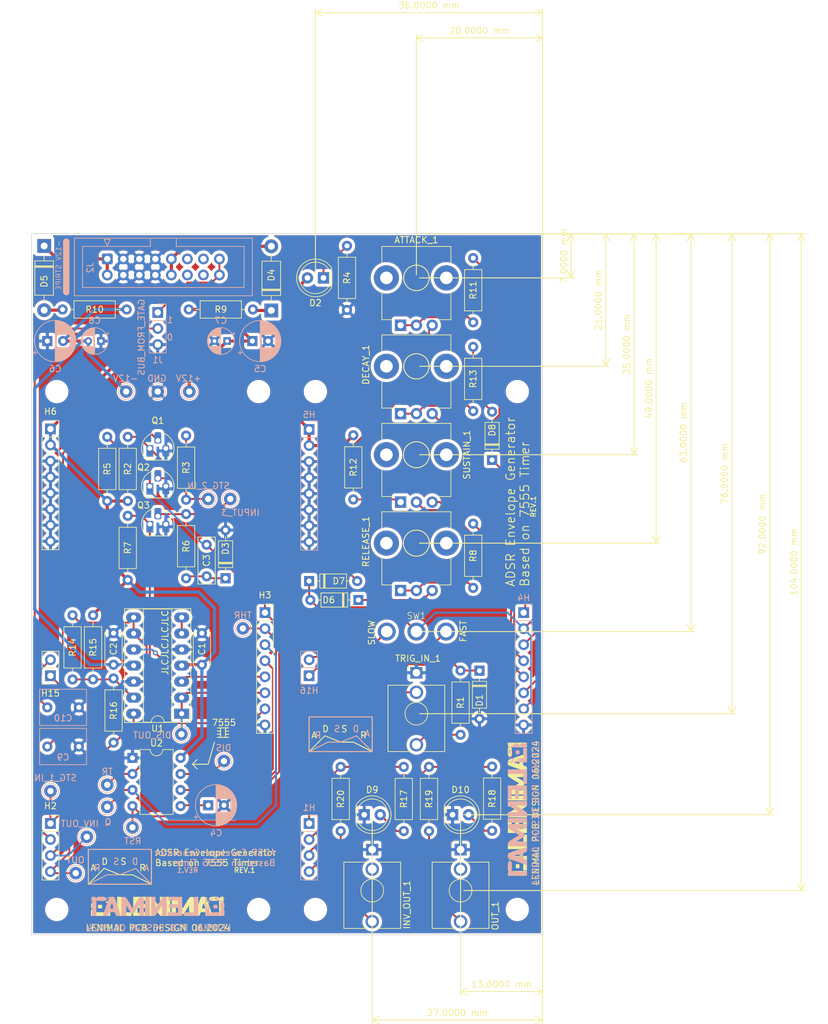
<source format=kicad_pcb>
(kicad_pcb (version 20240108) (generator "pcbnew") (generator_version "8.0")
  (layers (0 "F.Cu" signal) (31 "B.Cu" signal) (34 "B.Paste" user) (35 "F.Paste" user) (36 "B.SilkS" user "B.Silkscreen") (37 "F.SilkS" user "F.Silkscreen") (38 "B.Mask" user) (39 "F.Mask" user) (44 "Edge.Cuts" user))
  (net 0 "")
  (net 1 "+12V")
  (net 2 "GNDREF")
  (net 3 "-12V")
  (net 4 "Net-(D7-A)")
  (net 5 "Net-(ATTACK_1-Pad1)")
  (net 6 "Net-(H3A-Pin_3)")
  (net 7 "Net-(U2-CV)")
  (net 8 "Net-(H15A-Pin_1)")
  (net 9 "Net-(H15B-Pin_2)")
  (net 10 "Net-(D5-K)")
  (net 11 "Net-(D5-A)")
  (net 12 "Net-(D6-A)")
  (net 13 "Net-(D6-K)")
  (net 14 "Net-(D8-A)")
  (net 15 "Net-(D8-K)")
  (net 16 "Net-(D10-A)")
  (net 17 "Net-(DECAY_1-Pad1)")
  (net 18 "Net-(H1D-Pin_4)")
  (net 19 "Net-(H1C-Pin_3)")
  (net 20 "Net-(H1B-Pin_2)")
  (net 21 "Net-(H2A-Pin_1)")
  (net 22 "Net-(H2B-Pin_2)")
  (net 23 "Net-(H2C-Pin_3)")
  (net 24 "Net-(H2D-Pin_4)")
  (net 25 "Net-(H3F-Pin_6)")
  (net 26 "Net-(H3G-Pin_7)")
  (net 27 "Net-(H3E-Pin_5)")
  (net 28 "Net-(H3D-Pin_4)")
  (net 29 "Net-(H3B-Pin_2)")
  (net 30 "Net-(H3C-Pin_3)")
  (net 31 "Net-(H4D-Pin_4)")
  (net 32 "Net-(H4C-Pin_3)")
  (net 33 "Net-(H4A-Pin_1)")
  (net 34 "Net-(H4E-Pin_5)")
  (net 36 "Net-(INV_OUT_1-PadT)")
  (net 37 "Net-(J1-Pin_1)")
  (net 43 "Net-(OUT_1-PadT)")
  (net 44 "Net-(Q1-C)")
  (net 45 "Net-(Q2-B)")
  (net 46 "Net-(Q3-C)")
  (net 47 "Net-(D1-K)")
  (net 48 "Net-(D2-K)")
  (net 49 "Net-(Q3-B)")
  (net 50 "Net-(D3-K)")
  (net 51 "Net-(R1-Pad2)")
  (net 52 "Net-(D4-A)")
  (net 53 "Net-(D4-K)")
  (net 54 "Net-(R8-Pad2)")
  (net 55 "Net-(R12-Pad2)")
  (net 56 "Net-(U1D--)")
  (net 57 "Net-(U1B--)")
  (net 58 "Net-(D9-A)")
  (net 59 "Net-(H16B-Pin_2)")
  (net 60 "Net-(H16A-Pin_1)")
  (footprint "Synth:R_Default (DIN0207)" (layer "F.Cu") (at 99 134.45 -90)
    (property "Reference" "R20")
    (property "Value" "1K")
  )
  (footprint "Synth:D_DO-35_SOD27_P7.62mm_Horizontal" (layer "F.Cu") (at 121 119.19 -90)
    (property "Reference" "D1")
    (property "Value" "1N4148")
  )
  (footprint "Synth:Potentiometer_TT_P0915N" (layer "F.Cu") (at 111 71)
    (property "Reference" "DECAY_1")
    (property "Value" "1M")
  )
  (footprint "Synth:D_DO-35_SOD27_P7.62mm_Horizontal" (layer "F.Cu") (at 80.75 104.56 90)
    (property "Reference" "D3")
    (property "Value" "1N4148")
  )
  (footprint "Synth:R_Default (DIN0207)" (layer "F.Cu") (at 74.5 94.43 -90)
    (property "Reference" "R6")
    (property "Value" "10K")
  )
  (footprint "Synth:PinSocket_1x08_P2.54mm_Vertical" (layer "F.Cu") (at 53 80.92)
    (property "Reference" "H6")
    (property "Value" "BTM_8_PWR")
  )
  (footprint "Synth:R_Default (DIN0207)" (layer "F.Cu") (at 59.75 110.45 -90)
    (property "Reference" "R15")
    (property "Value" "150K")
  )
  (footprint "Synth:R_Default (DIN0207)" (layer "F.Cu") (at 120 95.95 -90)
    (property "Reference" "R8")
    (property "Value" "100R")
  )
  (footprint "Synth:D_DO-35_SOD27_P7.62mm_Horizontal" (layer "F.Cu") (at 94 105)
    (property "Reference" "D7")
    (property "Value" "1N4148")
  )
  (footprint "Synth:lenimal_logo_full" (layer "F.Cu") (at 70 156.5)
    (property "Reference" "G***" (hide yes))
    (property "Value" "LOGO" (hide yes))
  )
  (footprint "Synth:R_Default (DIN0207)" (layer "F.Cu") (at 109 144.55 90)
    (property "Reference" "R17")
    (property "Value" "500R")
  )
  (footprint "Synth:LED_D5.0mm (center Aligned)" (layer "F.Cu") (at 104 142)
    (property "Reference" "D9")
    (property "Value" "LED")
  )
  (footprint "MountingHole:MountingHole_3.2mm_M3" (layer "F.Cu") (at 95 75)
    (property "Reference" "H11" (hide yes))
    (property "Value" "MountingHole")
  )
  (footprint "Synth:R_Default (DIN0207)" (layer "F.Cu") (at 123 144.5 90)
    (property "Reference" "R18")
    (property "Value" "500R")
  )
  (footprint "Package_TO_SOT_THT:TO-92_HandSolder" (layer "F.Cu") (at 68.75 90)
    (property "Reference" "Q2")
    (property "Value" "BC547")
  )
  (footprint "MountingHole:MountingHole_3.2mm_M3" (layer "F.Cu") (at 127 75)
    (property "Reference" "H13" (hide yes))
    (property "Value" "MountingHole")
  )
  (footprint "Synth:Potentiometer_TT_P0915N" (layer "F.Cu") (at 111 85)
    (property "Reference" "SUSTAIN_1")
    (property "Value" "10K")
  )
  (footprint "Synth:lenimal_logo_full" (layer "F.Cu") (at 127 141 90)
    (property "Reference" "G***" (hide yes))
    (property "Value" "LOGO" (hide yes))
  )
  (footprint "Capacitor_THT:C_Disc_D5.0mm_W2.5mm_P5.00mm" (layer "F.Cu") (at 77 118.25 90)
    (property "Reference" "C1")
    (property "Value" "0.1uF")
  )
  (footprint "MountingHole:MountingHole_3.2mm_M3" (layer "F.Cu") (at 54 157)
    (property "Reference" "H12" (hide yes))
    (property "Value" "MountingHole")
  )
  (footprint "Synth:SW_default" (layer "F.Cu") (at 111 113)
    (property "Reference" "SW1")
    (property "Value" "SW_SPDT")
  )
  (footprint "Synth:R_Default (DIN0207)" (layer "F.Cu") (at 101 81.95 -90)
    (property "Reference" "R12")
    (property "Value" "4K7, 1%")
  )
  (footprint "Synth:R_Default (DIN0207)" (layer "F.Cu") (at 74.95 62)
    (property "Reference" "R9")
    (property "Value" "10")
  )
  (footprint "Package_TO_SOT_THT:TO-92_HandSolder" (layer "F.Cu") (at 68.75 84)
    (property "Reference" "Q1")
    (property "Value" "BC547")
  )
  (footprint "Synth:R_Default (DIN0207)" (layer "F.Cu") (at 74.5 82 -90)
    (property "Reference" "R3")
    (property "Value" "22K")
  )
  (footprint "Synth:Jack_3.5mm_QingPu_WQP-PJ398SM_Vertical_CircularHoles" (layer "F.Cu") (at 111 126)
    (property "Reference" "TRIG_IN_1")
    (property "Value" "INPUT")
  )
  (footprint "Synth:R_Default (DIN0207)" (layer "F.Cu") (at 56.5 120.55 90)
    (property "Reference" "R14")
    (property "Value" "100K")
  )
  (footprint "MountingHole:MountingHole_3.2mm_M3" (layer "F.Cu") (at 54 75)
    (property "Reference" "H9" (hide yes))
    (property "Value" "MountingHole")
  )
  (footprint "Package_DIP:DIP-14_W7.62mm_Socket_LongPads" (layer "F.Cu") (at 73.8 126 180)
    (property "Reference" "U1")
    (property "Value" "TL074")
  )
  (footprint "Synth:R_Default (DIN0207)" (layer "F.Cu") (at 118 119.2 -90)
    (property "Reference" "R1")
    (property "Value" "10K")
  )
  (footprint "Package_TO_SOT_THT:TO-92_HandSolder" (layer "F.Cu") (at 68.75 96)
    (property "Reference" "Q3")
    (property "Value" "BC547")
  )
  (footprint "Synth:LED_D5.0mm (center Aligned)" (layer "F.Cu") (at 118 142)
    (property "Reference" "D10")
    (property "Value" "LED")
  )
  (footprint "Synth:R_Default (DIN0207)" (layer "F.Cu") (at 113 134.45 -90)
    (property "Reference" "R19")
    (property "Value" "1K")
  )
  (footprint "Synth:R_Default (DIN0207)" (layer "F.Cu") (at 120 64 90)
    (property "Reference" "R11")
    (property "Value" "100R")
  )
  (footprint "Synth:R_Default (DIN0207)" (layer "F.Cu") (at 120 78.05 90)
    (property "Reference" "R13")
    (property "Value" "100R")
  )
  (footprint "Synth:Jack_3.5mm_QingPu_WQP-PJ398SM_Vertical_CircularHoles" (layer "F.Cu") (at 104 154)
    (property "Reference" "INV_OUT_1")
    (property "Value" "OUTPUT")
  )
  (footprint "Synth:D_DO-41_SOD81_P10.16mm_Horizontal" (layer "F.Cu") (at 52 52 -90)
    (property "Reference" "D5")
    (property "Value" "1N5819")
  )
  (footprint "Synth:LED_D5.0mm (center Aligned)" (layer "F.Cu") (at 95 57 180)
    (property "Reference" "D2")
    (property "Value" "LED")
  )
  (footprint "Synth:PinSocket_1x04_P2.54mm_Vertical" (layer "F.Cu") (at 53 143.38)
    (property "Reference" "H2")
    (property "Value" "BTM_4_SGL")
  )
  (footprint "MountingHole:MountingHole_3.2mm_M3" (layer "F.Cu") (at 127 157)
    (property "Reference" "H14" (hide yes))
    (property "Value" "MountingHole")
  )
  (footprint "MountingHole:MountingHole_3.2mm_M3" (layer "F.Cu") (at 86 75)
    (property "Reference" "H7" (hide yes))
    (property "Value" "MountingHole")
  )
  (footprint "MountingHole:MountingHole_3.2mm_M3" (layer "F.Cu") (at 95 157)
    (property "Reference" "H10" (hide yes))
    (property "Value" "MountingHole")
  )
  (footprint "Synth:Jack_3.5mm_QingPu_WQP-PJ398SM_Vertical_CircularHoles" (layer "F.Cu") (at 118 154)
    (property "Reference" "OUT_1")
    (property "Value" "OUTPUT")
  )
  (footprint "Capacitor_THT:C_Disc_D5.0mm_W2.5mm_P5.00mm" (layer "F.Cu") (at 63 113.25 -90)
    (property "Reference" "C2")
    (property "Value" "0.1uF")
  )
  (footprint "Synth:D_DO-41_SOD81_P10.16mm_Horizontal" (layer "F.Cu") (at 88 62.11 90)
    (property "Reference" "D4")
    (property "Value" "1N5819")
  )
  (footprint "Synth:C_RECT_WIMA_0.1uF" (layer "F.Cu") (at 77.75 99.25 -90)
    (property "Reference" "C3")
    (property "Value" "10nF")
  )
  (footprint "MountingHole:MountingHole_3.2mm_M3" (layer "F.Cu") (at 86 157)
    (property "Reference" "H8" (hide yes))
    (property "Value" "MountingHole")
  )
  (footprint "Synth:D_DO-35_SOD27_P7.62mm_Horizontal" (layer "F.Cu") (at 123 85.81 90)
    (property "Reference" "D8")
    (property "Value" "1N4148")
  )
  (footprint "Synth:R_Default (DIN0207)" (layer "F.Cu") (at 65.25 104.8 90)
    (property "Reference" "R7")
    (property "Value" "4K7, 1%")
  )
  (footprint "Synth:R_Default (DIN0207)" (layer "F.Cu") (at 65.25 92.3 90)
    (property "Reference" "R2")
    (property "Value" "4K7, 1%")
  )
  (footprint "Synth:PinSocket_1x08_P2.54mm_Vertical" (layer "F.Cu") (at 87 110)
    (property "Reference" "H3")
    (property "Value" "BTM_8_SGL")
  )
  (footprint "Synth:D_DO-35_SOD27_P7.62mm_Horizontal" (layer "F.Cu") (at 101.81 108 180)
    (property "Reference" "D6")
    (property "Value" "1N4148")
  )
  (footprint "Synth:Potentiometer_TT_P0915N" (layer "F.Cu") (at 111 57)
    (property "Reference" "ATTACK_1")
    (property "Value" "1M")
  )
  (footprint "Package_DIP:DIP-8_W7.62mm" (layer "F.Cu") (at 66 133)
    (property "Reference" "U2")
    (property "Value" "ICM7555xP")
  )
  (footprint "Synth:R_Default (DIN0207)" (layer "F.Cu") (at 62 92.3 90)
    (property "Reference" "R5")
    (property "Value" "4K7, 1%")
  )
  (footprint "Synth:R_Default (DIN0207)" (layer "F.Cu") (at 65.05 62 180)
    (property "Reference" "R10")
    (property "Value" "10")
  )
  (footprint "Synth:R_Default (DIN0207)" (layer "F.Cu") (at 100 62.05 90)
    (property "Reference" "R4")
    (property "Value" "500R")
  )
  (footprint "Synth:R_Default (DIN0207)" (layer "F.Cu") (at 63 120.45 -90)
    (property "Reference" "R16")
    (property "Value" "100K")
  )
  (footprint "Synth:Potentiometer_TT_P0915N" (layer "F.Cu") (at 111 99)
    (property "Reference" "RELEASE_1")
    (property "Value" "1M")
  )
  (footprint "Synth:PinSocket_1x02_P2.54mm_Vertical" (layer "F.Cu") (at 53 120 180)
    (property "Reference" "H15")
    (property "Value" "PinHeader_01x02")
  )
  (footprint "Connector_Pin:Pin_D1.0mm_L10.0mm" (layer "B.Cu") (at 66 144 180)
    (property "Reference" "TP5" (hide yes))
    (property "Value" "RST")
  )
  (footprint "Synth:C_RECT_MKT_1uF" (layer "B.Cu") (at 52.5 125)
    (property "Reference" "C10")
    (property "Value" "10uF")
  )
  (footprint "Capacitor_THT:CP_Radial_D6.3mm_P2.50mm" (layer "B.Cu") (at 78 140.5)
    (property "Reference" "C4")
    (property "Value" "10uF")
  )
  (footprint "Capacitor_THT:CP_Radial_D6.3mm_P2.50mm" (layer "B.Cu") (at 85 67)
    (property "Reference" "C5")
    (property "Value" "47uF")
  )
  (footprint "Synth:PinHeader_1x08_P2.54mm_Vertical" (layer "B.Cu") (at 94 81 180)
    (property "Reference" "H5")
    (property "Value" "TOP_8_PWR")
  )
  (footprint "Connector_Pin:Pin_D1.0mm_L10.0mm" (layer "B.Cu") (at 83.5 112.5 180)
    (property "Reference" "TP8" (hide yes))
    (property "Value" "THR")
  )
  (footprint "Capacitor_THT:CP_Radial_D4.0mm_P2.00mm" (layer "B.Cu") (at 81 67 180)
    (property "Reference" "C7")
    (property "Value" "0.1uF")
  )
  (footprint "Synth:IDC-Header_2x08_P2.54mm_Vertical" (layer "B.Cu") (at 62 54 -90)
    (property "Reference" "J2")
    (property "Value" "PWR")
  )
  (footprint "Connector_Pin:Pin_D1.0mm_L10.0mm" (layer "B.Cu") (at 73.75 129.25 180)
    (property "Reference" "TP9" (hide yes))
    (property "Value" "DIS_OUT")
  )
  (footprint "Connector_Pin:Pin_D1.0mm_L10.0mm" (layer "B.Cu") (at 70 75 180)
    (property "Reference" "TP12" (hide yes))
    (property "Value" "GND")
  )
  (footprint "Connector_Pin:Pin_D1.0mm_L10.0mm" (layer "B.Cu") (at 81.5 92 180)
    (property "Reference" "TP3" (hide yes))
    (property "Value" "INPUT_3")
  )
  (footprint "Synth:lenimal_logo_full" (layer "B.Cu") (at 127 141.25 -90)
    (property "Reference" "G***" (hide yes))
    (property "Value" "LOGO" (hide yes))
  )
  (footprint "Connector_Pin:Pin_D1.0mm_L10.0mm" (layer "B.Cu") (at 75 75 180)
    (property "Reference" "TP14" (hide yes))
    (property "Value" "+12V")
  )
  (footprint "Connector_Pin:Pin_D1.0mm_L10.0mm" (layer "B.Cu") (at 62 140.75 180)
    (property "Reference" "TP6" (hide yes))
    (property "Value" "Q")
  )
  (footprint "Connector_Pin:Pin_D1.0mm_L10.0mm" (layer "B.Cu") (at 58.75 145.5 180)
    (property "Reference" "TP11" (hide yes))
    (property "Value" "INV_OUTPUT")
  )
  (footprint "Synth:PinHeader_1x08_P2.54mm_Vertical" (layer "B.Cu") (at 128 110 180)
    (property "Reference" "H4")
    (property "Value" "TOP_8_SGL")
  )
  (footprint "Synth:lenimal_logo_full" (layer "B.Cu") (at 70 156.5 180)
    (property "Reference" "G***" (hide yes))
    (property "Value" "LOGO" (hide yes))
  )
  (footprint "Synth:C_RECT_MKT_1uF" (layer "B.Cu") (at 52.5 131.2)
    (property "Reference" "C9")
    (property "Value" "1uF")
  )
  (footprint "Connector_Pin:Pin_D1.0mm_L10.0mm" (layer "B.Cu") (at 78 92 180)
    (property "Reference" "TP2" (hide yes))
    (property "Value" "STG_2_IN")
  )
  (footprint "Synth:PinHeader_1x02_P2.54mm_Vertical" (layer "B.Cu") (at 94 120)
    (property "Reference" "H16")
    (property "Value" "PinSocket_01x02")
  )
  (footprint "Connector_Pin:Pin_D1.0mm_L10.0mm" (layer "B.Cu") (at 62 137.25 180)
    (property "Reference" "TP4" (hide yes))
    (property "Value" "TR")
  )
  (footprint "Connector_Pin:Pin_D1.0mm_L10.0mm" (layer "B.Cu") (at 65 75 180)
    (property "Reference" "TP13" (hide yes))
    (property "Value" "-12V")
  )
  (footprint "Capacitor_THT:CP_Radial_D4.0mm_P2.00mm" (layer "B.Cu") (at 61 67 180)
    (property "Reference" "C8")
    (property "Value" "0.1uF")
  )
  (footprint "Connector_PinHeader_2.54mm:PinHeader_1x03_P2.54mm_Vertical" (layer "B.Cu") (at 70 62.475 180)
    (property "Reference" "J1")
    (property "Value" "JUMPER_BUS_GATE")
  )
  (footprint "Synth:PinHeader_1x04_P2.54mm_Vertical" (layer "B.Cu") (at 94 143.38 180)
    (property "Reference" "H1")
    (property "Value" "TOP_4_SGL")
  )
  (footprint "Connector_Pin:Pin_D1.0mm_L10.0mm" (layer "B.Cu") (at 57 151.25 180)
    (property "Reference" "TP10" (hide yes))
    (property "Value" "OUTPUT")
  )
  (footprint "Connector_Pin:Pin_D1.0mm_L10.0mm" (layer "B.Cu") (at 80.5 133.5 180)
    (property "Reference" "TP7" (hide yes))
    (property "Value" "DIS")
  )
  (footprint "Capacitor_THT:CP_Radial_D6.3mm_P2.50mm" (layer "B.Cu") (at 52.5 67)
    (property "Reference" "C6")
    (property "Value" "47uF")
  )
  (footprint "Connector_Pin:Pin_D1.0mm_L10.0mm" (layer "B.Cu") (at 53 138.25 180)
    (property "Reference" "TP1" (hide yes))
    (property "Value" "STG_1_IN")
  )
  (gr_line (start 97 130.5) (end 99 130.5) (stroke (width 0.15)) (layer "B.SilkS"))
  (gr_line (start 59 153) (end 62 151.5) (stroke (width 0.15)) (layer "B.SilkS"))
  (gr_line (start 64 151.5) (end 66.5 150.5) (stroke (width 0.15)) (layer "B.SilkS"))
  (gr_line (start 99 130.5) (end 101.5 129.5) (stroke (width 0.15)) (layer "B.SilkS"))
  (gr_rect (start 59 147.5) (end 69 153) (stroke (width 0.15)) (fill none) (layer "B.SilkS"))
  (gr_line (start 62 151.5) (end 64 151.5) (stroke (width 0.15)) (layer "B.SilkS"))
  (gr_rect (start 94 126.5) (end 104 132) (stroke (width 0.15)) (fill none) (layer "B.SilkS"))
  (gr_line (start 94 132) (end 97 130.5) (stroke (width 0.15)) (layer "B.SilkS"))
  (gr_line (start 66.5 150.5) (end 69 153) (stroke (width 0.15)) (layer "B.SilkS"))
  (gr_line (start 101.5 129.5) (end 104 132) (stroke (width 0.15)) (layer "B.SilkS"))
  (gr_line (start 79.45 128.25) (end 79.95 128.25) (stroke (width 0.15)) (layer "F.SilkS"))
  (gr_line (start 75.5 134) (end 76.25 134.75) (stroke (width 0.15)) (layer "F.SilkS"))
  (gr_circle (center 111 85) (end 113 85.5) (stroke (width 0.15)) (fill none) (layer "F.SilkS"))
  (gr_circle (center 111 57) (end 113 57.25) (stroke (width 0.15)) (fill none) (layer "F.SilkS"))
  (gr_line (start 75.5 134) (end 76.25 133.25) (stroke (width 0.15)) (layer "F.SilkS"))
  (gr_line (start 80.75 128.25) (end 81.25 128.25) (stroke (width 0.15)) (layer "F.SilkS"))
  (gr_line (start 99 130.5) (end 101 130.5) (stroke (width 0.15)) (layer "F.SilkS"))
  (gr_line (start 79.45 129.25) (end 79.95 129.25) (stroke (width 0.15)) (layer "F.SilkS"))
  (gr_circle (center 111 71) (end 113 71) (stroke (width 0.15)) (fill none) (layer "F.SilkS"))
  (gr_line (start 80.75 128.75) (end 81.25 128.75) (stroke (width 0.15)) (layer "F.SilkS"))
  (gr_line (start 66 151.5) (end 69 153) (stroke (width 0.15)) (layer "F.SilkS"))
  (gr_line (start 61.5 150.5) (end 64 151.5) (stroke (width 0.15)) (layer "F.SilkS"))
  (gr_line (start 59 153) (end 61.5 150.5) (stroke (width 0.15)) (layer "F.SilkS"))
  (gr_circle (center 111 99) (end 113 99.5) (stroke (width 0.15)) (fill none) (layer "F.SilkS"))
  (gr_rect (start 94 126.5) (end 104 132) (stroke (width 0.15)) (fill none) (layer "F.SilkS"))
  (gr_line (start 64 151.5) (end 66 151.5) (stroke (width 0.15)) (layer "F.SilkS"))
  (gr_line (start 79.45 129.75) (end 79.95 129.75) (stroke (width 0.15)) (layer "F.SilkS"))
  (gr_line (start 80.75 129.75) (end 81.25 129.75) (stroke (width 0.15)) (layer "F.SilkS"))
  (gr_rect (start 59 147.5) (end 69 153) (stroke (width 0.15)) (fill none) (layer "F.SilkS"))
  (gr_line (start 79.45 128.75) (end 79.95 128.75) (stroke (width 0.15)) (layer "F.SilkS"))
  (gr_line (start 78 134) (end 75.5 134) (stroke (width 0.15)) (layer "F.SilkS"))
  (gr_line (start 96.5 129.5) (end 99 130.5) (stroke (width 0.15)) (layer "F.SilkS"))
  (gr_line (start 79 130.5) (end 78 134) (stroke (width 0.15)) (layer "F.SilkS"))
  (gr_line (start 94 132) (end 96.5 129.5) (stroke (width 0.15)) (layer "F.SilkS"))
  (gr_line (start 80.75 129.25) (end 81.25 129.25) (stroke (width 0.15)) (layer "F.SilkS"))
  (gr_line (start 101 130.5) (end 104 132) (stroke (width 0.15)) (layer "F.SilkS"))
  (gr_rect (start 79.95 128.25) (end 80.75 129.75) (stroke (width 0.15)) (fill none) (layer "F.SilkS"))
  (gr_rect (start 50 50) (end 131 161) (stroke (width 0.1)) (fill none) (layer "Edge.Cuts"))
  (gr_text "DIS_OUT" (at 72.25 130 0) (layer "B.SilkS") (effects (font (size 1 1)) (justify left bottom mirror)))
  (gr_text "REV.1" (at 76.5 151.25 -0) (layer "B.SilkS") (effects (font (size 0.8 0.8)) (justify left bottom mirror)))
  (gr_text "D" (at 67 150 -0) (layer "B.SilkS") (effects (font (size 1 1)) (justify left bottom mirror)))
  (gr_text "R" (at 61 151 -0) (layer "B.SilkS") (effects (font (size 1 1)) (justify left bottom mirror)))
  (gr_text "LENIMAL PCB DESIGN 06.2024" (at 81.75 160.5 0) (layer "B.SilkS") (effects (font (size 1 1)) (justify left bottom mirror)))
  (gr_text "-12V" (at 67 73.5 0) (layer "B.SilkS") (effects (font (size 1 1)) (justify left bottom mirror)))
  (gr_text "TR" (at 63 135.75 0) (layer "B.SilkS") (effects (font (size 1 1)) (justify left bottom mirror)))
  (gr_text "STG_1_IN" (at 57.25 136.75 0) (layer "B.SilkS") (effects (font (size 1 1)) (justify left bottom mirror)))
  (gr_text "1" (at 72.5 64.25 0) (layer "B.SilkS") (effects (font (size 1 1)) (justify left bottom mirror)))
  (gr_text "INPUT_3" (at 86.25 94.75 0) (layer "B.SilkS") (effects (font (size 1 1)) (justify left bottom mirror)))
  (gr_text "A" (at 103.75 129.75 -0) (layer "B.SilkS") (effects (font (size 1 1)) (justify left bottom mirror)))
  (gr_text "GATE_FROM_BUS" (at 68 60.25 90) (layer "B.SilkS") (effects (font (size 1 1)) (justify left bottom mirror)))
  (gr_text "DIS" (at 81.75 132 0) (layer "B.SilkS") (effects (font (size 1 1)) (justify left bottom mirror)))
  (gr_text "RST" (at 67.5 146.75 0) (layer "B.SilkS") (effects (font (size 1 1)) (justify left bottom mirror)))
  (gr_text "ADSR Envelope Generator\nBased on 7555 Timer" (at 88.75 150.2 0) (layer "B.SilkS") (effects (font (size 1 1)) (justify left bottom mirror)))
  (gr_text "GND" (at 71.5 73.5 0) (layer "B.SilkS") (effects (font (size 1 1)) (justify left bottom mirror)))
  (gr_text "OUT" (at 58.5 149.75 0) (layer "B.SilkS") (effects (font (size 1 1)) (justify left bottom mirror)))
  (gr_text "STG_2_IN" (at 81.5 90.5 0) (layer "B.SilkS") (effects (font (size 1 1)) (justify left bottom mirror)))
  (gr_text "THR" (at 85 111 0) (layer "B.SilkS") (effects (font (size 1 1)) (justify left bottom mirror)))
  (gr_text "R" (at 96 130 -0) (layer "B.SilkS") (effects (font (size 1 1)) (justify left bottom mirror)))
  (gr_text "+12V\n" (at 77 73.5 0) (layer "B.SilkS") (effects (font (size 1 1)) (justify left bottom mirror)))
  (gr_text "S" (at 99 129 -0) (layer "B.SilkS") (effects (font (size 1 1)) (justify left bottom mirror)))
  (gr_text "0" (at 72.5 67 0) (layer "B.SilkS") (effects (font (size 1 1)) (justify left bottom mirror)))
  (gr_text "D" (at 102 129 -0) (layer "B.SilkS") (effects (font (size 1 1)) (justify left bottom mirror)))
  (gr_text "LENIMAL PCB DESIGN 06.2024" (at 130.5 130.25 90) (layer "B.SilkS") (effects (font (size 1 1)) (justify left bottom mirror)))
  (gr_text "S" (at 64 150 -0) (layer "B.SilkS") (effects (font (size 1 1)) (justify left bottom mirror)))
  (gr_text "INV_OUT" (at 60.75 144 0) (layer "B.SilkS") (effects (font (size 1 1)) (justify left bottom mirror)))
  (gr_text "Q" (at 62.75 143.75 0) (layer "B.SilkS") (effects (font (size 1 1)) (justify left bottom mirror)))
  (gr_text "A" (at 68.75 151 -0) (layer "B.SilkS") (effects (font (size 1 1)) (justify left bottom mirror)))
  (gr_text "S" (at 99 129 0) (layer "F.SilkS") (effects (font (size 1 1)) (justify left bottom)))
  (gr_text "S" (at 64 150 0) (layer "F.SilkS") (effects (font (size 1 1)) (justify left bottom)))
  (gr_text "REV.1" (at 130 95 90) (layer "F.SilkS") (effects (font (size 0.8 0.8)) (justify left bottom)))
  (gr_text "ADSR Envelope Generator\nBased on 7555 Timer" (at 129 106 90) (layer "F.SilkS") (effects (font (size 1.4 1.4)) (justify left bottom)))
  (gr_text "FAST" (at 119 114.75 90) (layer "F.SilkS") (effects (font (size 1 1)) (justify left bottom)))
  (gr_text "D" (at 96 129 0) (layer "F.SilkS") (effects (font (size 1 1)) (justify left bottom)))
  (gr_text "R" (at 67 151 0) (layer "F.SilkS") (effects (font (size 1 1)) (justify left bottom)))
  (gr_text "A" (at 59.25 151 0) (layer "F.SilkS") (effects (font (size 1 1)) (justify left bottom)))
  (gr_text "D" (at 61 150 0) (layer "F.SilkS") (effects (font (size 1 1)) (justify left bottom)))
  (gr_text "ADSR Envelope Generator\nBased on 7555 Timer" (at 69.5 150.2 0) (layer "F.SilkS") (effects (font (size 1 1)) (justify left bottom)))
  (gr_text "SLOW" (at 104.5 115.25 90) (layer "F.SilkS") (effects (font (size 1 1)) (justify left bottom)))
  (gr_text "LENIMAL PCB DESIGN 06.2024" (at 130.5 153.25 90) (layer "F.SilkS") (effects (font (size 1 1)) (justify left bottom)))
  (gr_text "REV.1" (at 82 151.25 0) (layer "F.SilkS") (effects (font (size 0.8 0.8)) (justify left bottom)))
  (gr_text "LENIMAL PCB DESIGN 06.2024" (at 58.5 160.5 0) (layer "F.SilkS") (effects (font (size 1 1)) (justify left bottom)))
  (gr_text "7555" (at 78.5 128 0) (layer "F.SilkS") (effects (font (size 1 1)) (justify left bottom)))
  (gr_text "A" (at 94.25 130 0) (layer "F.SilkS") (effects (font (size 1 1)) (justify left bottom)))
  (gr_text "JLCJLCJLCJLC" (at 71.75 120 90) (layer "F.SilkS") (effects (font (size 1 1)) (justify left bottom)))
  (gr_text "R" (at 102 130 0) (layer "F.SilkS") (effects (font (size 1 1)) (justify left bottom)))
  (dimension (type aligned) (layer "F.SilkS") (pts (xy 111 113) (xy 111 50)) (height 43.5) (gr_text "63.0000 mm" (at 153.35 81.5 90) (layer "F.SilkS") (effects (font (size 1 1) (thickness 0.15)))) (format (prefix "") (suffix "") (units 3) (units_format 1) (precision 4)) (style (thickness 0.15) (arrow_length 1.27) (text_position_mode 0) (extension_height 0.58642) (extension_offset 0.5) keep_text_aligned))
  (dimension (type aligned) (layer "F.SilkS") (pts (xy 111 71) (xy 111 50)) (height 30) (gr_text "21.0000 mm" (at 139.85 60.5 90) (layer "F.SilkS") (effects (font (size 1 1) (thickness 0.15)))) (format (prefix "") (suffix "") (units 3) (units_format 1) (precision 4)) (style (thickness 0.15) (arrow_length 1.27) (text_position_mode 0) (extension_height 0.58642) (extension_offset 0.5) keep_text_aligned))
  (dimension (type aligned) (layer "F.SilkS") (pts (xy 111 85) (xy 111 50)) (height 34.5) (gr_text "35.0000 mm" (at 144.35 67.5 90) (layer "F.SilkS") (effects (font (size 1 1) (thickness 0.15)))) (format (prefix "") (suffix "") (units 3) (units_format 1) (precision 4)) (style (thickness 0.15) (arrow_length 1.27) (text_position_mode 0) (extension_height 0.58642) (extension_offset 0.5) keep_text_aligned))
  (dimension (type aligned) (layer "F.SilkS") (pts (xy 118 142) (xy 118 50)) (height 49) (gr_text "92.0000 mm" (at 165.85 96 90) (layer "F.SilkS") (effects (font (size 1 1) (thickness 0.15)))) (format (prefix "") (suffix "") (units 3) (units_format 1) (precision 4)) (style (thickness 0.15) (arrow_length 1.27) (text_position_mode 0) (extension_height 0.58642) (extension_offset 0.5) keep_text_aligned))
  (dimension (type aligned) (layer "F.SilkS") (pts (xy 111 57) (xy 111 50)) (height 24.5) (gr_text "7.0000 mm" (at 134.35 53.5 90) (layer "F.SilkS") (effects (font (size 1 1) (thickness 0.15)))) (format (prefix "") (suffix "") (units 3) (units_format 1) (precision 4)) (style (thickness 0.15) (arrow_length 1.27) (text_position_mode 0) (extension_height 0.58642) (extension_offset 0.5) keep_text_aligned))
  (dimension (type aligned) (layer "F.SilkS") (pts (xy 104 142) (xy 131 142)) (height 32.5) (gr_text "27.0000 mm" (at 117.5 173.35 0) (layer "F.SilkS") (effects (font (size 1 1) (thickness 0.15)))) (format (prefix "") (suffix "") (units 3) (units_format 1) (precision 4)) (style (thickness 0.15) (arrow_length 1.27) (text_position_mode 0) (extension_height 0.58642) (extension_offset 0.5) keep_text_aligned))
  (dimension (type aligned) (layer "F.SilkS") (pts (xy 118 154) (xy 118 50)) (height 54) (gr_text "104.0000 mm" (at 170.85 102 90) (layer "F.SilkS") (effects (font (size 1 1) (thickness 0.15)))) (format (prefix "") (suffix "") (units 3) (units_format 1) (precision 4)) (style (thickness 0.15) (arrow_length 1.27) (text_position_mode 0) (extension_height 0.58642) (extension_offset 0.5) keep_text_aligned))
  (dimension (type aligned) (layer "F.SilkS") (pts (xy 95 57) (xy 131 57)) (height -42) (gr_text "36.0000 mm" (at 113 13.85 0) (layer "F.SilkS") (effects (font (size 1 1) (thickness 0.15)))) (format (prefix "") (suffix "") (units 3) (units_format 1) (precision 4)) (style (thickness 0.15) (arrow_length 1.27) (text_position_mode 0) (extension_height 0.58642) (extension_offset 0.5) keep_text_aligned))
  (dimension (type aligned) (layer "F.SilkS") (pts (xy 111 126) (xy 111 50)) (height 50) (gr_text "76.0000 mm" (at 159.85 88 90) (layer "F.SilkS") (effects (font (size 1 1) (thickness 0.15)))) (format (prefix "") (suffix "") (units 3) (units_format 1) (precision 4)) (style (thickness 0.15) (arrow_length 1.27) (text_position_mode 0) (extension_height 0.58642) (extension_offset 0.5) keep_text_aligned))
  (dimension (type aligned) (layer "F.SilkS") (pts (xy 111 57) (xy 131 57)) (height -38) (gr_text "20.0000 mm" (at 121 17.85 0) (layer "F.SilkS") (effects (font (size 1 1) (thickness 0.15)))) (format (prefix "") (suffix "") (units 3) (units_format 1) (precision 4)) (style (thickness 0.15) (arrow_length 1.27) (text_position_mode 0) (extension_height 0.58642) (extension_offset 0.5) keep_text_aligned))
  (dimension (type aligned) (layer "F.SilkS") (pts (xy 118 142) (xy 131 142)) (height 28) (gr_text "13.0000 mm" (at 124.5 168.85 0) (layer "F.SilkS") (effects (font (size 1 1) (thickness 0.15)))) (format (prefix "") (suffix "") (units 3) (units_format 1) (precision 4)) (style (thickness 0.15) (arrow_length 1.27) (text_position_mode 0) (extension_height 0.58642) (extension_offset 0.5) keep_text_aligned))
  (dimension (type aligned) (layer "F.SilkS") (pts (xy 111 99) (xy 111 50)) (height 38) (gr_text "49.0000 mm" (at 147.85 74.5 90) (layer "F.SilkS") (effects (font (size 1 1) (thickness 0.15)))) (format (prefix "") (suffix "") (units 3) (units_format 1) (precision 4)) (style (thickness 0.15) (arrow_length 1.27) (text_position_mode 0) (extension_height 0.58642) (extension_offset 0.5) keep_text_aligned))
  (segment (start 59.75 110.33) (end 59.75 110.42) (width 0.5) (layer "F.Cu") (net 1))
  (segment (start 65.25 104.83) (end 59.75 110.33) (width 0.5) (layer "F.Cu") (net 1))
  (segment (start 94 83.54) (end 94 81) (width 0.5) (layer "F.Cu") (net 1))
  (segment (start 62 92.33) (end 65.25 92.33) (width 0.5) (layer "F.Cu") (net 1))
  (segment (start 74.92 62) (end 80 62) (width 0.5) (layer "F.Cu") (net 1))
  (segment (start 99.38 83.54) (end 101 81.92) (width 0.5) (layer "F.Cu") (net 1))
  (segment (start 92.83 57.9) (end 92.83 79.83) (width 0.5) (layer "F.Cu") (net 1))
  (segment (start 77 118.25) (end 73.93 118.25) (width 0.5) (layer "F.Cu") (net 1))
  (segment (start 75 75) (end 75 73) (width 0.5) (layer "F.Cu") (net 1))
  (segment (start 80 62) (end 85 67) (width 0.5) (layer "F.Cu") (net 1))
  (segment (start 92.83 79.83) (end 94 81) (width 0.5) (layer "F.Cu") (net 1))
  (segment (start 93.73 57) (end 92.83 57.9) (width 0.5) (layer "F.Cu") (net 1))
  (segment (start 73.93 118.25) (end 73.8 118.38) (width 0.5) (layer "F.Cu") (net 1))
  (segment (start 94 83.54) (end 99.38 83.54) (width 0.5) (layer "F.Cu") (net 1))
  (segment (start 65.25 104.83) (end 62 101.58) (width 0.5) (layer "F.Cu") (net 1))
  (segment (start 53 80.92) (end 64.42 69.5) (width 0.5) (layer "F.Cu") (net 1))
  (segment (start 64.42 69.5) (end 78.5 69.5) (width 0.5) (layer "F.Cu") (net 1))
  (segment (start 85 67) (end 81 67) (width 0.5) (layer "F.Cu") (net 1))
  (segment (start 75 73) (end 78.5 69.5) (width 0.5) (layer "F.Cu") (net 1))
  (segment (start 78.5 69.5) (end 81 67) (width 0.5) (layer "F.Cu") (net 1))
  (segment (start 62 101.58) (end 62 92.33) (width 0.5) (layer "F.Cu") (net 1))
  (segment (start 77 129.62) (end 77 118.25) (width 0.5) (layer "B.Cu") (net 1))
  (segment (start 79 109.25) (end 76.5 106.75) (width 0.5) (layer "B.Cu") (net 1))
  (segment (start 73.62 133) (end 77 129.62) (width 0.5) (layer "B.Cu") (net 1))
  (segment (start 67.17 106.75) (end 65.25 104.83) (width 0.5) (layer "B.Cu") (net 1))
  (segment (start 77 118.25) (end 79 116.25) (width 0.5) (layer "B.Cu") (net 1))
  (segment (start 53.13 83.46) (end 53 83.46) (width 0.5) (layer "B.Cu") (net 1))
  (segment (start 53 80.92) (end 53 83.46) (width 0.5) (layer "B.Cu") (net 1))
  (segment (start 79 116.25) (end 79 109.25) (width 0.5) (layer "B.Cu") (net 1))
  (segment (start 62 92.33) (end 53.13 83.46) (width 0.5) (layer "B.Cu") (net 1))
  (segment (start 76.5 106.75) (end 67.17 106.75) (width 0.5) (layer "B.Cu") (net 1))
  (segment (start 55 67) (end 59 67) (width 0.5) (layer "F.Cu") (net 3))
  (segment (start 59 69) (end 65 75) (width 0.5) (layer "B.Cu") (net 3))
  (segment (start 59.25 118.25) (end 50.5 109.5) (width 0.5) (layer "B.Cu") (net 3))
  (segment (start 63 118.25) (end 59.25 118.25) (width 0.5) (layer "B.Cu") (net 3))
  (segment (start 63 118.25) (end 66.05 118.25) (width 0.5) (layer "B.Cu") (net 3))
  (segment (start 59 67) (end 59 69) (width 0.5) (layer "B.Cu") (net 3))
  (segment (start 65.08 62) (end 60 62) (width 0.5) (layer "B.Cu") (net 3))
  (segment (start 60 62) (end 55 67) (width 0.5) (layer "B.Cu") (net 3))
  (segment (start 66.05 118.25) (end 66.18 118.38) (width 0.5) (layer "B.Cu") (net 3))
  (segment (start 50.5 109.5) (end 50.5 74.5) (width 0.5) (layer "B.Cu") (net 3))
  (segment (start 50.5 74.5) (end 58 67) (width 0.5) (layer "B.Cu") (net 3))
  (segment (start 58 67) (end 59 67) (width 0.5) (layer "B.Cu") (net 3))
  (segment (start 113 65) (end 113.5 64.5) (width 0.3) (layer "F.Cu") (net 4))
  (segment (start 99 102.38) (end 99 85.546346) (width 0.3) (layer "F.Cu") (net 4))
  (segment (start 113 71.546346) (end 113 65) (width 0.3) (layer "F.Cu") (net 4))
  (segment (start 101.62 105) (end 99 102.38) (width 0.3) (layer "F.Cu") (net 4))
  (segment (start 99 85.546346) (end 113 71.546346) (width 0.3) (layer "F.Cu") (net 4))
  (segment (start 108.5 64.5) (end 111 64.5) (width 0.3) (layer "F.Cu") (net 5))
  (segment (start 120 64.03) (end 119.200001 63.230001) (width 0.3) (layer "F.Cu") (net 5))
  (segment (start 119.200001 63.230001) (end 112.269999 63.230001) (width 0.3) (layer "F.Cu") (net 5))
  (segment (start 112.269999 63.230001) (end 111 64.5) (width 0.3) (layer "F.Cu") (net 5))
  (segment (start 89.25 112.25) (end 87 110) (width 0.3) (layer "F.Cu") (net 6))
  (segment (start 89.25 135.207107) (end 89.25 112.25) (width 0.3) (layer "F.Cu") (net 6))
  (segment (start 68.75 90) (end 68.75 88.92) (width 0.3) (layer "F.Cu") (net 6))
  (segment (start 82.207107 142.25) (end 89.25 135.207107) (width 0.3) (layer "F.Cu") (net 6))
  (segment (start 66 144) (end 66 140.62) (width 0.3) (layer "F.Cu") (net 6))
  (segment (start 68.75 88.92) (end 62 82.17) (width 0.3) (layer "F.Cu") (net 6))
  (segment (start 67.63 142.25) (end 82.207107 142.25) (width 0.3) (layer "F.Cu") (net 6))
  (segment (start 87 108.5) (end 87 110) (width 0.3) (layer "F.Cu") (net 6))
  (segment (start 77.75 99.25) (end 87 108.5) (width 0.3) (layer "F.Cu") (net 6))
  (segment (start 66 140.62) (end 67.63 142.25) (width 0.3) (layer "F.Cu") (net 6))
  (segment (start 68.75 90.75) (end 77.25 99.25) (width 0.3) (layer "B.Cu") (net 6))
  (segment (start 68.75 90) (end 68.75 90.75) (width 0.3) (layer "B.Cu") (net 6))
  (segment (start 77.25 99.25) (end 77.75 99.25) (width 0.3) (layer "B.Cu") (net 6))
  (segment (start 78 140.5) (end 73.74 140.5) (width 0.3) (layer "F.Cu") (net 7))
  (segment (start 73.74 140.5) (end 73.62 140.62) (width 0.3) (layer "F.Cu") (net 7))
  (segment (start 54.5 121.5) (end 54.5 129.2) (width 0.3) (layer "F.Cu") (net 8))
  (segment (start 53 120) (end 54.5 121.5) (width 0.3) (layer "F.Cu") (net 8))
  (segment (start 54.5 129.2) (end 52.5 131.2) (width 0.3) (layer "F.Cu") (net 8))
  (segment (start 51.35 119.11) (end 51.35 123.85) (width 0.3) (layer "F.Cu") (net 9))
  (segment (start 51.35 123.85) (end 52.5 125) (width 0.3) (layer "F.Cu") (net 9))
  (segment (start 53 117.46) (end 51.35 119.11) (width 0.3) (layer "F.Cu") (net 9))
  (segment (start 62 56.54) (end 62 54) (width 0.5) (layer "F.Cu") (net 10))
  (segment (start 54.05 54) (end 52 51.95) (width 0.5) (layer "F.Cu") (net 10))
  (segment (start 62 54) (end 54.05 54) (width 0.5) (layer "F.Cu") (net 10))
  (segment (start 54.81 62.11) (end 54.92 62) (width 0.5) (layer "F.Cu") (net 11))
  (segment (start 52 62.11) (end 54.81 62.11) (width 0.5) (layer "F.Cu") (net 11))
  (segment (start 113.5 78.5) (end 121 86) (width 0.3) (layer "F.Cu") (net 12))
  (segment (start 121 86) (end 121 87.207107) (width 0.3) (layer "F.Cu") (net 12))
  (segment (start 129.6 95.807107) (end 129.6 110.94) (width 0.3) (layer "F.Cu") (net 12))
  (segment (start 121 87.207107) (end 129.6 95.807107) (width 0.3) (layer "F.Cu") (net 12))
  (segment (start 95.34 109.15) (end 107.15 109.15) (width 0.3) (layer "F.Cu") (net 12))
  (segment (start 94.19 108) (end 95.34 109.15) (width 0.3) (layer "F.Cu") (net 12))
  (segment (start 94 105) (end 94 107.81) (width 0.3) (layer "F.Cu") (net 12))
  (segment (start 107.15 109.15) (end 111 113) (width 0.3) (layer "F.Cu") (net 12))
  (segment (start 94 107.81) (end 94.19 108) (width 0.3) (layer "F.Cu") (net 12))
  (segment (start 129.6 110.94) (end 128 112.54) (width 0.3) (layer "F.Cu") (net 12))
  (segment (start 128 112.54) (end 125.46 110) (width 0.3) (layer "B.Cu") (net 12))
  (segment (start 129.2 124.04) (end 128 125.24) (width 0.3) (layer "B.Cu") (net 12))
  (segment (start 129.2 113.74) (end 129.2 124.04) (width 0.3) (layer "B.Cu") (net 12))
  (segment (start 125.46 110) (end 114 110) (width 0.3) (layer "B.Cu") (net 12))
  (segment (start 128 112.54) (end 129.2 113.74) (width 0.3) (layer "B.Cu") (net 12))
  (segment (start 114 110) (end 111 113) (width 0.3) (layer "B.Cu") (net 12))
  (segment (start 113.5 106.5) (end 112 108) (width 0.3) (layer "F.Cu") (net 13))
  (segment (start 112 108) (end 101.81 108) (width 0.3) (layer "F.Cu") (net 13))
  (segment (start 120 75.19) (end 123 78.19) (width 0.3) (layer "F.Cu") (net 14))
  (segment (start 120 67.92) (end 120 75.19) (width 0.3) (layer "F.Cu") (net 14))
  (segment (start 130.6 93.41) (end 130.6 120.1) (width 0.3) (layer "F.Cu") (net 15))
  (segment (start 123 85.81) (end 130.6 93.41) (width 0.3) (layer "F.Cu") (net 15))
  (segment (start 130.6 120.1) (end 128 122.7) (width 0.3) (layer "F.Cu") (net 15))
  (segment (start 123 144.53) (end 121.8 144.53) (width 0.3) (layer "F.Cu") (net 16))
  (segment (start 121.8 144.53) (end 119.27 142) (width 0.3) (layer "F.Cu") (net 16))
  (segment (start 119.17 77.25) (end 120 78.08) (width 0.3) (layer "F.Cu") (net 17))
  (segment (start 112.25 77.25) (end 119.17 77.25) (width 0.3) (layer "F.Cu") (net 17))
  (segment (start 111 78.5) (end 112.25 77.25) (width 0.3) (layer "F.Cu") (net 17))
  (segment (start 108.5 78.5) (end 111 78.5) (width 0.3) (layer "F.Cu") (net 17))
  (segment (start 122.95 134.42) (end 123 134.37) (width 0.3) (layer "F.Cu") (net 18))
  (segment (start 105.75 135.75) (end 111.67 135.75) (width 0.3) (layer "F.Cu") (net 18))
  (segment (start 111.67 135.75) (end 113 134.42) (width 0.3) (layer "F.Cu") (net 18))
  (segment (start 96.5 145) (end 105.75 135.75) (width 0.3) (layer "F.Cu") (net 18))
  (segment (start 113 134.42) (end 122.95 134.42) (width 0.3) (layer "F.Cu") (net 18))
  (segment (start 94 151) (end 96.5 148.5) (width 0.3) (layer "F.Cu") (net 18))
  (segment (start 96.5 148.5) (end 96.5 145) (width 0.3) (layer "F.Cu") (net 18))
  (segment (start 94 147.953654) (end 96 145.953654) (width 0.3) (layer "F.Cu") (net 19))
  (segment (start 94 148.46) (end 94 147.953654) (width 0.3) (layer "F.Cu") (net 19))
  (segment (start 96 145.953654) (end 96 137.42) (width 0.3) (layer "F.Cu") (net 19))
  (segment (start 99 134.42) (end 109 134.42) (width 0.3) (layer "F.Cu") (net 19))
  (segment (start 96 137.42) (end 99 134.42) (width 0.3) (layer "F.Cu") (net 19))
  (segment (start 95.5 133.147106) (end 106.027106 122.62) (width 0.3) (layer "F.Cu") (net 20))
  (segment (start 95.5 144.42) (end 95.5 133.147106) (width 0.3) (layer "F.Cu") (net 20))
  (segment (start 106.027106 122.62) (end 111 122.62) (width 0.3) (layer "F.Cu") (net 20))
  (segment (start 94 145.92) (end 95.5 144.42) (width 0.3) (layer "F.Cu") (net 20))
  (segment (start 53 138.25) (end 53 143.38) (width 0.3) (layer "F.Cu") (net 21))
  (segment (start 53 143.38) (end 55 141.38) (width 0.3) (layer "F.Cu") (net 21))
  (segment (start 55 84.75) (end 59.75 80) (width 0.3) (layer "F.Cu") (net 21))
  (segment (start 55 141.38) (end 55 84.75) (width 0.3) (layer "F.Cu") (net 21))
  (segment (start 59.75 80) (end 67.29 80) (width 0.3) (layer "F.Cu") (net 21))
  (segment (start 67.29 80) (end 70.02 82.73) (width 0.3) (layer "F.Cu") (net 21))
  (segment (start 70 65.015) (end 51.735 65.015) (width 0.3) (layer "F.Cu") (net 22))
  (segment (start 50.5 143.42) (end 53 145.92) (width 0.3) (layer "F.Cu") (net 22))
  (segment (start 50.5 66.25) (end 50.5 143.42) (width 0.3) (layer "F.Cu") (net 22))
  (segment (start 51.735 65.015) (end 50.5 66.25) (width 0.3) (layer "F.Cu") (net 22))
  (segment (start 55.5 138.08) (end 55.5 145.96) (width 0.3) (layer "F.Cu") (net 23))
  (segment (start 63 130.58) (end 55.5 138.08) (width 0.3) (layer "F.Cu") (net 23))
  (segment (start 66.18 127.57) (end 66.18 126) (width 0.3) (layer "F.Cu") (net 23))
  (segment (start 62.83 130.75) (end 63 130.58) (width 0.3) (layer "F.Cu") (net 23))
  (segment (start 55.5 145.96) (end 53 148.46) (width 0.3) (layer "F.Cu") (net 23))
  (segment (start 63 130.58) (end 63.17 130.58) (width 0.3) (layer "F.Cu") (net 23))
  (segment (start 63.17 130.58) (end 66.18 127.57) (width 0.3) (layer "F.Cu") (net 23))
  (segment (start 55.79 148.46) (end 53 148.46) (width 0.3) (layer "B.Cu") (net 23))
  (segment (start 58.75 145.5) (end 55.79 148.46) (width 0.3) (layer "B.Cu") (net 23))
  (segment (start 66.18 113.3) (end 68.25 115.37) (width 0.3) (layer "F.Cu") (net 24))
  (segment (start 53.25 151.25) (end 53 151) (width 0.3) (layer "F.Cu") (net 24))
  (segment (start 65.37 111.57) (end 66.18 110.76) (width 0.3) (layer "F.Cu") (net 24))
  (segment (start 57.65 111.57) (end 65.37 111.57) (width 0.3) (layer "F.Cu") (net 24))
  (segment (start 68.25 127.75) (end 56 140) (width 0.3) (layer "F.Cu") (net 24))
  (segment (start 57 151.25) (end 53.25 151.25) (width 0.3) (layer "F.Cu") (net 24))
  (segment (start 68.25 115.37) (end 68.25 127.75) (width 0.3) (layer "F.Cu") (net 24))
  (segment (start 56.5 110.42) (end 57.65 111.57) (width 0.3) (layer "F.Cu") (net 24))
  (segment (start 66.18 110.76) (end 66.18 113.3) (width 0.3) (layer "F.Cu") (net 24))
  (segment (start 56 140) (end 56 148) (width 0.3) (layer "F.Cu") (net 24))
  (segment (start 56 148) (end 53 151) (width 0.3) (layer "F.Cu") (net 24))
  (segment (start 87 122.7) (end 74.56 122.7) (width 0.3) (layer "F.Cu") (net 25))
  (segment (start 73.8 123.46) (end 73.8 126) (width 0.3) (layer "F.Cu") (net 25))
  (segment (start 74.56 122.7) (end 73.8 123.46) (width 0.3) (layer "F.Cu") (net 25))
  (segment (start 73.8 129.2) (end 73.75 129.25) (width 0.3) (layer "B.Cu") (net 25))
  (segment (start 73.8 126) (end 73.8 129.2) (width 0.3) (layer "B.Cu") (net 25))
  (segment (start 84.74 127.5) (end 87 125.24) (width 0.3) (layer "F.Cu") (net 26))
  (segment (start 69.625 116.375) (end 70.5 117.25) (width 0.3) (layer "F.Cu") (net 26))
  (segment (start 70.5 126.25) (end 71.75 127.5) (width 0.3) (layer "F.Cu") (net 26))
  (segment (start 71.75 127.5) (end 84.74 127.5) (width 0.3) (layer "F.Cu") (net 26))
  (segment (start 70.5 117.25) (end 70.5 126.25) (width 0.3) (layer "F.Cu") (net 26))
  (via (at 69.625 116.375) (size 0.8) (drill 0.4) (layers "F.Cu" "B.Cu") (net 26))
  (segment (start 69.09 115.84) (end 66.18 115.84) (width 0.3) (layer "B.Cu") (net 26))
  (segment (start 69.625 116.375) (end 69.09 115.84) (width 0.3) (layer "B.Cu") (net 26))
  (segment (start 74.56 120.16) (end 73.8 120.92) (width 0.3) (layer "F.Cu") (net 27))
  (segment (start 87 120.16) (end 74.56 120.16) (width 0.3) (layer "F.Cu") (net 27))
  (segment (start 88.25 134.75) (end 87.46 135.54) (width 0.3) (layer "F.Cu") (net 28))
  (segment (start 88.25 118.87) (end 88.25 134.75) (width 0.3) (layer "F.Cu") (net 28))
  (segment (start 87.46 135.54) (end 78.5 135.54) (width 0.3) (layer "F.Cu") (net 28))
  (segment (start 80.5 133.5) (end 78.5 135.5) (width 0.3) (layer "F.Cu") (net 28))
  (segment (start 87 117.62) (end 88.25 118.87) (width 0.3) (layer "F.Cu") (net 28))
  (segment (start 78.5 135.54) (end 73.62 135.54) (width 0.3) (layer "F.Cu") (net 28))
  (segment (start 78.5 135.5) (end 78.5 135.54) (width 0.3) (layer "F.Cu") (net 28))
  (segment (start 85.67 138.08) (end 73.62 138.08) (width 0.3) (layer "F.Cu") (net 29))
  (segment (start 87 112.54) (end 88.75 114.29) (width 0.3) (layer "F.Cu") (net 29))
  (segment (start 88.75 135) (end 85.67 138.08) (width 0.3) (layer "F.Cu") (net 29))
  (segment (start 86.96 112.5) (end 87 112.54) (width 0.3) (layer "F.Cu") (net 29))
  (segment (start 88.75 114.29) (end 88.75 135) (width 0.3) (layer "F.Cu") (net 29))
  (segment (start 83.5 112.5) (end 86.96 112.5) (width 0.3) (layer "F.Cu") (net 29))
  (segment (start 64.67 138.08) (end 62 140.75) (width 0.3) (layer "F.Cu") (net 30))
  (segment (start 66 138.08) (end 64.67 138.08) (width 0.3) (layer "F.Cu") (net 30))
  (segment (start 88.75 140.5) (end 88.75 116.83) (width 0.3) (layer "B.Cu") (net 30))
  (segment (start 66 138.08) (end 71.42 143.5) (width 0.3) (layer "B.Cu") (net 30))
  (segment (start 71.42 143.5) (end 85.75 143.5) (width 0.3) (layer "B.Cu") (net 30))
  (segment (start 88.75 116.83) (end 87 115.08) (width 0.3) (layer "B.Cu") (net 30))
  (segment (start 85.75 143.5) (end 88.75 140.5) (width 0.3) (layer "B.Cu") (net 30))
  (segment (start 126.5 104.25) (end 114.75 92.5) (width 0.3) (layer "F.Cu") (net 31))
  (segment (start 128 117.62) (end 126.5 116.12) (width 0.3) (layer "F.Cu") (net 31))
  (segment (start 114.75 92.5) (end 113.5 92.5) (width 0.3) (layer "F.Cu") (net 31))
  (segment (start 126.5 116.12) (end 126.5 104.25) (width 0.3) (layer "F.Cu") (net 31))
  (segment (start 121.5 81.316346) (end 121.5 87) (width 0.3) (layer "F.Cu") (net 32))
  (segment (start 130.1 112.98) (end 128 115.08) (width 0.3) (layer "F.Cu") (net 32))
  (segment (start 121.5 87) (end 130.1 95.6) (width 0.3) (layer "F.Cu") (net 32))
  (segment (start 120 53.87) (end 124.15 58.02) (width 0.3) (layer "F.Cu") (net 32))
  (segment (start 130.1 95.6) (end 130.1 112.98) (width 0.3) (layer "F.Cu") (net 32))
  (segment (start 124.15 58.02) (end 124.15 78.666346) (width 0.3) (layer "F.Cu") (net 32))
  (segment (start 124.15 78.666346) (end 121.5 81.316346) (width 0.3) (layer "F.Cu") (net 32))
  (segment (start 128.25 109.75) (end 128 110) (width 0.3) (layer "F.Cu") (net 33))
  (segment (start 128.25 104.17) (end 128.25 109.75) (width 0.3) (layer "F.Cu") (net 33))
  (segment (start 120 95.92) (end 128.25 104.17) (width 0.3) (layer "F.Cu") (net 33))
  (segment (start 112.25 93.75) (end 115.25 93.75) (width 0.3) (layer "F.Cu") (net 34))
  (segment (start 111 92.5) (end 112.25 93.75) (width 0.3) (layer "F.Cu") (net 34))
  (segment (start 126 104.5) (end 126 118.16) (width 0.3) (layer "F.Cu") (net 34))
  (segment (start 126 118.16) (end 128 120.16) (width 0.3) (layer "F.Cu") (net 34))
  (segment (start 115.25 93.75) (end 126 104.5) (width 0.3) (layer "F.Cu") (net 34))
  (segment (start 99 153.92) (end 104 158.92) (width 0.3) (layer "F.Cu") (net 36))
  (segment (start 99 144.58) (end 99 153.92) (width 0.3) (layer "F.Cu") (net 36))
  (segment (start 70 62.475) (end 74.735 57.74) (width 0.3) (layer "F.Cu") (net 37))
  (segment (start 78.58 57.74) (end 79.78 56.54) (width 0.3) (layer "F.Cu") (net 37))
  (segment (start 79.78 56.54) (end 79.78 54) (width 0.3) (layer "F.Cu") (net 37))
  (segment (start 74.735 57.74) (end 78.58 57.74) (width 0.3) (layer "F.Cu") (net 37))
  (segment (start 118 158.92) (end 113 153.92) (width 0.3) (layer "F.Cu") (net 43))
  (segment (start 113 153.92) (end 113 144.58) (width 0.3) (layer "F.Cu") (net 43))
  (segment (start 74.5 84.75) (end 73 86.25) (width 0.3) (layer "F.Cu") (net 44))
  (segment (start 74.5 81.97) (end 74.5 84.75) (width 0.3) (layer "F.Cu") (net 44))
  (segment (start 66.92 82.17) (end 68.75 84) (width 0.3) (layer "F.Cu") (net 44))
  (segment (start 73 86.25) (end 71 86.25) (width 0.3) (layer "F.Cu") (net 44))
  (segment (start 65.25 82.17) (end 66.92 82.17) (width 0.3) (layer "F.Cu") (net 44))
  (segment (start 71 86.25) (end 68.75 84) (width 0.3) (layer "F.Cu") (net 44))
  (segment (start 74.63 92) (end 74.5 92.13) (width 0.3) (layer "F.Cu") (net 45))
  (segment (start 78 92) (end 74.63 92) (width 0.3) (layer "F.Cu") (net 45))
  (segment (start 70.02 88.73) (end 72.23137 88.73) (width 0.3) (layer "F.Cu") (net 45))
  (segment (start 72.23137 88.73) (end 74.5 90.99863) (width 0.3) (layer "F.Cu") (net 45))
  (segment (start 74.5 90.99863) (end 74.5 92.13) (width 0.3) (layer "F.Cu") (net 45))
  (segment (start 68.75 96) (end 67.42 94.67) (width 0.3) (layer "F.Cu") (net 46))
  (segment (start 66 135.54) (end 68.75 132.79) (width 0.3) (layer "F.Cu") (net 46))
  (segment (start 67.42 94.67) (end 65.25 94.67) (width 0.3) (layer "F.Cu") (net 46))
  (segment (start 66 135.54) (end 63.71 135.54) (width 0.3) (layer "F.Cu") (net 46))
  (segment (start 63.71 135.54) (end 62 137.25) (width 0.3) (layer "F.Cu") (net 46))
  (segment (start 68.75 132.79) (end 68.75 96) (width 0.3) (layer "F.Cu") (net 46))
  (segment (start 109.685 118.255) (end 117.085 118.255) (width 0.3) (layer "F.Cu") (net 47))
  (segment (start 120.98 119.17) (end 121 119.19) (width 0.3) (layer "F.Cu") (net 47))
  (segment (start 94 143.38) (end 94 133.94) (width 0.3) (layer "F.Cu") (net 47))
  (segment (start 94 133.94) (end 109.685 118.255) (width 0.3) (layer "F.Cu") (net 47))
  (segment (start 117.085 118.255) (end 118 119.17) (width 0.3) (layer "F.Cu") (net 47))
  (segment (start 118 119.17) (end 120.98 119.17) (width 0.3) (layer "F.Cu") (net 47))
  (segment (start 96.27 57) (end 96.27 55.65) (width 0.3) (layer "F.Cu") (net 48))
  (segment (start 96.27 55.65) (end 100 51.92) (width 0.3) (layer "F.Cu") (net 48))
  (segment (start 74.5 94.4) (end 79.1 94.4) (width 0.3) (layer "F.Cu") (net 49))
  (segment (start 70.02 94.73) (end 70.35 94.4) (width 0.3) (layer "F.Cu") (net 49))
  (segment (start 70.35 94.4) (end 74.5 94.4) (width 0.3) (layer "F.Cu") (net 49))
  (segment (start 79.1 94.4) (end 81.5 92) (width 0.3) (layer "F.Cu") (net 49))
  (segment (start 77.75 104.25) (end 74.81 104.25) (width 0.3) (layer "F.Cu") (net 50))
  (segment (start 78.06 104.56) (end 77.75 104.25) (width 0.3) (layer "F.Cu") (net 50))
  (segment (start 74.81 104.25) (end 74.5 104.56) (width 0.3) (layer "F.Cu") (net 50))
  (segment (start 80.75 104.56) (end 78.06 104.56) (width 0.3) (layer "F.Cu") (net 50))
  (segment (start 118 129.33) (end 112.59 129.33) (width 0.3) (layer "F.Cu") (net 51))
  (segment (start 112.59 129.33) (end 111 130.92) (width 0.3) (layer "F.Cu") (net 51))
  (segment (start 72.16 54) (end 74.16 52) (width 0.5) (layer "F.Cu") (net 52))
  (segment (start 72.16 56.54) (end 72.16 54) (width 0.5) (layer "F.Cu") (net 52))
  (segment (start 74.16 52) (end 88 52) (width 0.5) (layer "F.Cu") (net 52))
  (segment (start 88 62.16) (end 85.24 62.16) (width 0.5) (layer "F.Cu") (net 53))
  (segment (start 85.24 62.16) (end 85.08 62) (width 0.5) (layer "F.Cu") (net 53))
  (segment (start 111 106.5) (end 112.25 105.25) (width 0.3) (layer "F.Cu") (net 54))
  (segment (start 119.17 105.25) (end 120 106.08) (width 0.3) (layer "F.Cu") (net 54))
  (segment (start 112.25 105.25) (end 119.17 105.25) (width 0.3) (layer "F.Cu") (net 54))
  (segment (start 108.5 106.5) (end 111 106.5) (width 0.3) (layer "F.Cu") (net 54))
  (segment (start 101 92.08) (end 108.08 92.08) (width 0.3) (layer "F.Cu") (net 55))
  (segment (start 108.08 92.08) (end 108.5 92.5) (width 0.3) (layer "F.Cu") (net 55))
  (segment (start 59.75 120.58) (end 62.84 120.58) (width 0.3) (layer "F.Cu") (net 56))
  (segment (start 66.04 123.46) (end 66.18 123.46) (width 0.3) (layer "F.Cu") (net 56))
  (segment (start 62.84 120.58) (end 63 120.42) (width 0.3) (layer "F.Cu") (net 56))
  (segment (start 63 120.42) (end 66.04 123.46) (width 0.3) (layer "F.Cu") (net 56))
  (segment (start 59.75 120.58) (end 56.5 120.58) (width 0.3) (layer "F.Cu") (net 56))
  (segment (start 73.8 110.76) (end 73.8 113.3) (width 0.3) (layer "F.Cu") (net 57))
  (segment (start 109 144.58) (end 107.85 144.58) (width 0.3) (layer "F.Cu") (net 58))
  (segment (start 107.85 144.58) (end 105.27 142) (width 0.3) (layer "F.Cu") (net 58))
  (segment (start 94 117.46) (end 94.46 117) (width 0.3) (layer "F.Cu") (net 59))
  (segment (start 102.3 117) (end 106.3 113) (width 0.3) (layer "F.Cu") (net 59))
  (segment (start 94.46 117) (end 102.3 117) (width 0.3) (layer "F.Cu") (net 59))
  (segment (start 94 120) (end 96.245 117.755) (width 0.3) (layer "F.Cu") (net 60))
  (segment (start 96.245 117.755) (end 110.945 117.755) (width 0.3) (layer "F.Cu") (net 60))
  (segment (start 110.945 117.755) (end 115.7 113) (width 0.3) (layer "F.Cu") (net 60))
  (zone (net 0) (net_name "") (layer "F.Cu") (priority 1) (connect_pads (clearance 0.5)) (min_thickness 0.25) (fill yes (thermal_gap 0.5) (thermal_bridge_width 0.5) (island_removal_mode 1) (island_area_min 10))
    (polygon (pts (xy 45 45) (xy 135 45) (xy 135 165) (xy 45 165)))
  )
  (zone (net 2) (net_name "GNDREF") (layer "B.Cu") (connect_pads (clearance 0.5)) (min_thickness 0.25) (fill yes (thermal_gap 0.5) (thermal_bridge_width 0.5))
    (polygon (pts (xy 45 45) (xy 135 45) (xy 135 165) (xy 45 165)))
  )
)
</source>
